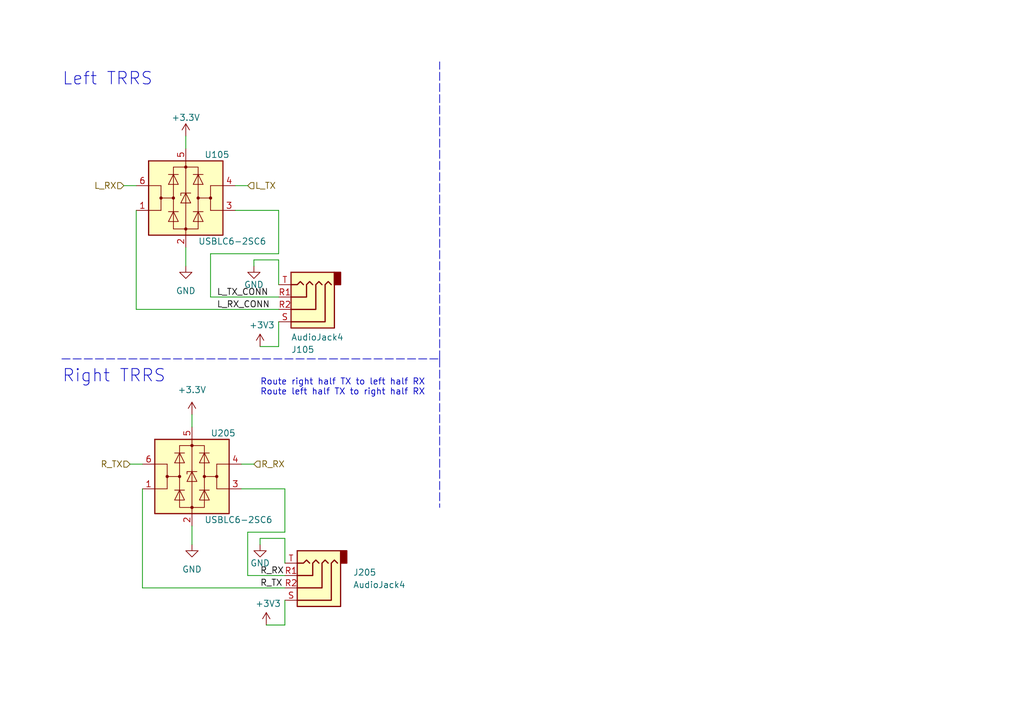
<source format=kicad_sch>
(kicad_sch (version 20211123) (generator eeschema)
  (paper "A5")
  (title_block (title "36") (date "2022-11-17") (rev "1.0"))
  (lib_symbols
    (symbol "AudioJack4_1"
      (property "Reference" "J105" (at 2.54 8.2551 0))
      (property "Value" "AudioJack4" (at 2.54 5.7151 0))
      (symbol "AudioJack4_1_0_1"
        (rectangle (start -6.35 -5.08) (end -7.62 -7.62) (stroke (width 0.254)) (fill (type outline)))
        (polyline (pts (xy 0 -5.08) (xy 0.635 -5.715) (xy 1.27 -5.08) (xy 2.54 -5.08)) (stroke (width 0.254)))
        (polyline (pts (xy -5.715 -5.08) (xy -5.08 -5.715) (xy -4.445 -5.08) (xy -4.445 2.54) (xy 2.54 2.54)) (stroke (width 0.254)))
        (polyline (pts (xy -1.905 -5.08) (xy -1.27 -5.715) (xy -0.635 -5.08) (xy -0.635 -2.54) (xy 2.54 -2.54)) (stroke (width 0.254)))
        (polyline (pts (xy 2.54 0) (xy -2.54 0) (xy -2.54 -5.08) (xy -3.175 -5.715) (xy -3.81 -5.08)) (stroke (width 0.254)))
        (rectangle (start 2.54 3.81) (end -6.35 -7.62) (stroke (width 0.254)) (fill (type background)))
      )
      (symbol "AudioJack4_1_1_1"
        (pin passive line (at 5.08 -2.54 180) (length 2.54) (name "~") (number "R1"))
        (pin passive line (at 5.08 0 180) (length 2.54) (name "~") (number "R2"))
        (pin passive line (at 5.08 2.54 180) (length 2.54) (name "~") (number "S"))
        (pin passive line (at 5.08 -5.08 180) (length 2.54) (name "~") (number "T"))
      )
    )
    (symbol "Connector:AudioJack4"
      (property "Reference" "J" (at 0 8.89 0))
      (property "Value" "AudioJack4" (at 0 6.35 0))
      (symbol "AudioJack4_0_1"
        (rectangle (start -6.35 -5.08) (end -7.62 -7.62) (stroke (width 0.254)) (fill (type outline)))
        (polyline (pts (xy 0 -5.08) (xy 0.635 -5.715) (xy 1.27 -5.08) (xy 2.54 -5.08)) (stroke (width 0.254)))
        (polyline (pts (xy -5.715 -5.08) (xy -5.08 -5.715) (xy -4.445 -5.08) (xy -4.445 2.54) (xy 2.54 2.54)) (stroke (width 0.254)))
        (polyline (pts (xy -1.905 -5.08) (xy -1.27 -5.715) (xy -0.635 -5.08) (xy -0.635 -2.54) (xy 2.54 -2.54)) (stroke (width 0.254)))
        (polyline (pts (xy 2.54 0) (xy -2.54 0) (xy -2.54 -5.08) (xy -3.175 -5.715) (xy -3.81 -5.08)) (stroke (width 0.254)))
        (rectangle (start 2.54 3.81) (end -6.35 -7.62) (stroke (width 0.254)) (fill (type background)))
      )
      (symbol "AudioJack4_1_1"
        (pin passive line (at 5.08 -2.54 180) (length 2.54) (name "~") (number "R1"))
        (pin passive line (at 5.08 0 180) (length 2.54) (name "~") (number "R2"))
        (pin passive line (at 5.08 2.54 180) (length 2.54) (name "~") (number "S"))
        (pin passive line (at 5.08 -5.08 180) (length 2.54) (name "~") (number "T"))
      )
    )
    (symbol "Power_Protection:USBLC6-2SC6" (pin_names hide)
      (property "Reference" "U" (at 2.54 8.89 0))
      (property "Value" "USBLC6-2SC6" (at 2.54 -8.89 0))
      (symbol "USBLC6-2SC6_0_1"
        (rectangle (start -7.62 -7.62) (end 7.62 7.62) (stroke (width 0.254)) (fill (type background)))
        (circle (center -5.08 0) (radius 0.254) (fill (type outline)))
        (circle (center -2.54 0) (radius 0.254) (fill (type outline)))
        (rectangle (start -2.54 6.35) (end 2.54 -6.35))
        (circle (center 0 -6.35) (radius 0.254) (fill (type outline)))
        (polyline (pts (xy -5.08 -2.54) (xy -7.62 -2.54)))
        (polyline (pts (xy -5.08 0) (xy -5.08 -2.54)))
        (polyline (pts (xy -5.08 2.54) (xy -7.62 2.54)))
        (polyline (pts (xy -1.524 -2.794) (xy -3.556 -2.794)))
        (polyline (pts (xy -1.524 4.826) (xy -3.556 4.826)))
        (polyline (pts (xy 0 -7.62) (xy 0 -6.35)))
        (polyline (pts (xy 0 -6.35) (xy 0 1.27)))
        (polyline (pts (xy 0 1.27) (xy 0 6.35)))
        (polyline (pts (xy 0 6.35) (xy 0 7.62)))
        (polyline (pts (xy 1.524 -2.794) (xy 3.556 -2.794)))
        (polyline (pts (xy 1.524 4.826) (xy 3.556 4.826)))
        (polyline (pts (xy 5.08 -2.54) (xy 7.62 -2.54)))
        (polyline (pts (xy 5.08 0) (xy 5.08 -2.54)))
        (polyline (pts (xy 5.08 2.54) (xy 7.62 2.54)))
        (polyline (pts (xy -2.54 0) (xy -5.08 0) (xy -5.08 2.54)))
        (polyline (pts (xy 2.54 0) (xy 5.08 0) (xy 5.08 2.54)))
        (polyline (pts (xy -3.556 -4.826) (xy -1.524 -4.826) (xy -2.54 -2.794) (xy -3.556 -4.826)))
        (polyline (pts (xy -3.556 2.794) (xy -1.524 2.794) (xy -2.54 4.826) (xy -3.556 2.794)))
        (polyline (pts (xy -1.016 -1.016) (xy 1.016 -1.016) (xy 0 1.016) (xy -1.016 -1.016)))
        (polyline (pts (xy 1.016 1.016) (xy 0.762 1.016) (xy -1.016 1.016) (xy -1.016 0.508)))
        (polyline (pts (xy 3.556 -4.826) (xy 1.524 -4.826) (xy 2.54 -2.794) (xy 3.556 -4.826)))
        (polyline (pts (xy 3.556 2.794) (xy 1.524 2.794) (xy 2.54 4.826) (xy 3.556 2.794)))
        (circle (center 0 6.35) (radius 0.254) (fill (type outline)))
        (circle (center 2.54 0) (radius 0.254) (fill (type outline)))
        (circle (center 5.08 0) (radius 0.254) (fill (type outline)))
      )
      (symbol "USBLC6-2SC6_1_1"
        (pin passive line (at -10.16 -2.54 0) (length 2.54) (name "I/O1") (number "1"))
        (pin passive line (at 0 -10.16 90) (length 2.54) (name "GND") (number "2"))
        (pin passive line (at 10.16 -2.54 180) (length 2.54) (name "I/O2") (number "3"))
        (pin passive line (at 10.16 2.54 180) (length 2.54) (name "I/O2") (number "4"))
        (pin passive line (at 0 10.16 270) (length 2.54) (name "VBUS") (number "5"))
        (pin passive line (at -10.16 2.54 0) (length 2.54) (name "I/O1") (number "6"))
      )
    )
    (symbol "power:+3.3V" (power) (pin_names (offset 0))
      (property "Value" "+3.3V" (at 0 3.556 0))
      (symbol "+3.3V_0_1"
        (polyline (pts (xy -0.762 1.27) (xy 0 2.54)))
        (polyline (pts (xy 0 0) (xy 0 2.54)))
        (polyline (pts (xy 0 2.54) (xy 0.762 1.27)))
      )
      (symbol "+3.3V_1_1"
        (pin power_in line (at 0 0 90) (length 0) hide (name "+3.3V") (number "1"))
      )
    )
    (symbol "power:+3V3" (power) (pin_names (offset 0))
      (property "Value" "+3V3" (at 0 3.556 0))
      (symbol "+3V3_0_1"
        (polyline (pts (xy -0.762 1.27) (xy 0 2.54)))
        (polyline (pts (xy 0 0) (xy 0 2.54)))
        (polyline (pts (xy 0 2.54) (xy 0.762 1.27)))
      )
      (symbol "+3V3_1_1"
        (pin power_in line (at 0 0 90) (length 0) hide (name "+3V3") (number "1"))
      )
    )
    (symbol "power:GND" (power) (pin_names (offset 0))
      (property "Value" "GND" (at 0 -3.81 0))
      (symbol "GND_0_1"
        (polyline (pts (xy 0 0) (xy 0 -1.27) (xy 1.27 -1.27) (xy 0 -2.54) (xy -1.27 -1.27) (xy 0 -1.27)))
      )
      (symbol "GND_1_1"
        (pin power_in line (at 0 0 270) (length 0) hide (name "GND") (number "1"))
      )
    )
  )
  (polyline (pts (xy 90.17 73.66) (xy 90.17 12.7)))
  (wire (pts (xy 39.37 111.76) (xy 39.37 107.95)))
  (wire (pts (xy 27.94 63.5) (xy 27.94 43.18)))
  (wire (pts (xy 53.34 110.49) (xy 53.34 111.76)))
  (wire (pts (xy 29.21 95.25) (xy 26.67 95.25)))
  (wire (pts (xy 49.53 95.25) (xy 52.07 95.25)))
  (wire (pts (xy 43.18 52.07) (xy 57.15 52.07)))
  (wire (pts (xy 58.42 120.65) (xy 29.21 120.65)))
  (wire (pts (xy 58.42 115.57) (xy 58.42 110.49)))
  (wire (pts (xy 39.37 85.09) (xy 39.37 87.63)))
  (wire (pts (xy 50.8 118.11) (xy 50.8 109.22)))
  (wire (pts (xy 57.15 53.34) (xy 52.07 53.34)))
  (wire (pts (xy 57.15 60.96) (xy 43.18 60.96)))
  (wire (pts (xy 48.26 38.1) (xy 50.8 38.1)))
  (wire (pts (xy 58.42 110.49) (xy 53.34 110.49)))
  (wire (pts (xy 58.42 100.33) (xy 49.53 100.33)))
  (wire (pts (xy 38.1 27.94) (xy 38.1 30.48)))
  (wire (pts (xy 43.18 60.96) (xy 43.18 52.07)))
  (wire (pts (xy 38.1 54.61) (xy 38.1 50.8)))
  (wire (pts (xy 52.07 53.34) (xy 52.07 54.61)))
  (wire (pts (xy 57.15 58.42) (xy 57.15 53.34)))
  (wire (pts (xy 57.15 52.07) (xy 57.15 43.18)))
  (wire (pts (xy 57.15 63.5) (xy 27.94 63.5)))
  (polyline (pts (xy 12.7 73.66) (xy 90.17 73.66)))
  (wire (pts (xy 29.21 120.65) (xy 29.21 100.33)))
  (wire (pts (xy 57.15 71.12) (xy 53.34 71.12)))
  (polyline (pts (xy 90.17 73.66) (xy 90.17 104.14)))
  (wire (pts (xy 58.42 118.11) (xy 50.8 118.11)))
  (wire (pts (xy 58.42 128.27) (xy 58.42 123.19)))
  (wire (pts (xy 57.15 71.12) (xy 57.15 66.04)))
  (wire (pts (xy 58.42 109.22) (xy 58.42 100.33)))
  (wire (pts (xy 58.42 128.27) (xy 54.61 128.27)))
  (wire (pts (xy 50.8 109.22) (xy 58.42 109.22)))
  (wire (pts (xy 27.94 38.1) (xy 25.4 38.1)))
  (wire (pts (xy 57.15 43.18) (xy 48.26 43.18)))
  (text "Route right half TX to left half RX\nRoute left half TX to right half RX" (at 53.34 81.28 0) (effects (font (size 1.27 1.27)) (justify left bottom)))
  (text "Left TRRS" (at 12.7 17.78 0) (effects (font (size 2.54 2.54)) (justify left bottom)))
  (text "Right TRRS\n" (at 12.7 78.74 0) (effects (font (size 2.54 2.54)) (justify left bottom)))
  (label "R_TX" (at 53.34 120.65 0))
  (label "L_RX_CONN" (at 44.45 63.5 0))
  (label "L_TX_CONN" (at 44.45 60.96 0))
  (label "R_RX" (at 53.34 118.11 0))
  (hierarchical_label "R_RX" (shape input) (at 52.07 95.25 0))
  (hierarchical_label "L_TX" (shape input) (at 50.8 38.1 0))
  (hierarchical_label "R_TX" (shape input) (at 26.67 95.25 180))
  (hierarchical_label "L_RX" (shape input) (at 25.4 38.1 180))
  (symbol (lib_id "power:+3.3V") (at 38.1 27.94 0) (unit 1)
    (property "Reference" "#PWR0133" (effects hide))
    (property "Value" "+3.3V" (at 38.1 24.13 0))
  )
  (symbol (lib_id "power:GND") (at 38.1 54.61 0) (unit 1)
    (property "Reference" "#PWR0134" (effects hide))
    (property "Value" "GND" (at 38.1 59.69 0))
  )
  (symbol (lib_id "Power_Protection:USBLC6-2SC6") (at 39.37 97.79 0) (unit 1)
    (property "Reference" "U205" (at 43.18 88.9 0) (effects (justify left)))
    (property "Value" "USBLC6-2SC6" (at 41.91 106.68 0) (effects (justify left)))
    (property "Footprint" "Package_TO_SOT_SMD:SOT-23-6" (effects hide))
    (property "Datasheet" "https://datasheet.lcsc.com/lcsc/1811141711_STMicroelectronics-USBLC6-2SC6_C7519.pdf" (effects hide))
    (property "JLCPCB" "C7519" (effects hide))
  )
  (symbol (lib_id "power:+3V3") (at 54.61 128.27 0) (unit 1)
    (property "Reference" "#PWR0236" (effects hide))
    (property "Value" "+3V3" (at 54.991 123.8758 0))
  )
  (symbol (lib_id "power:+3V3") (at 53.34 71.12 0) (unit 1)
    (property "Reference" "#PWR0136" (effects hide))
    (property "Value" "+3V3" (at 53.721 66.7258 0))
  )
  (symbol (lib_id "power:+3.3V") (at 39.37 85.09 0) (unit 1)
    (property "Reference" "#PWR0233" (effects hide))
    (property "Value" "+3.3V" (at 39.37 80.01 0))
  )
  (symbol (lib_id "Connector:AudioJack4") (at 63.5 120.65 180) (unit 1)
    (property "Reference" "J205" (at 72.39 117.4749 0) (effects (justify right)))
    (property "Value" "AudioJack4" (at 72.39 120.0149 0) (effects (justify right)))
    (property "Footprint" "Footprints:TRRS-PJ-320A" (effects hide))
  )
  (symbol (lib_name "AudioJack4_1") (lib_id "Connector:AudioJack4") (at 62.23 63.5 180) (unit 1)
    (property "Reference" "J105" (at 59.69 71.7551 0) (effects (justify right)))
    (property "Value" "AudioJack4" (at 59.69 69.2151 0) (effects (justify right)))
    (property "Footprint" "Footprints:TRRS-PJ-320A" (effects hide))
  )
  (symbol (lib_id "power:GND") (at 53.34 111.76 0) (unit 1)
    (property "Reference" "#PWR0235" (effects hide))
    (property "Value" "GND" (at 53.34 115.57 0))
  )
  (symbol (lib_id "power:GND") (at 39.37 111.76 0) (unit 1)
    (property "Reference" "#PWR0234" (effects hide))
    (property "Value" "GND" (at 39.37 116.84 0))
  )
  (symbol (lib_id "power:GND") (at 52.07 54.61 0) (unit 1)
    (property "Reference" "#PWR0135" (effects hide))
    (property "Value" "GND" (at 52.07 58.42 0))
  )
  (symbol (lib_id "Power_Protection:USBLC6-2SC6") (at 38.1 40.64 0) (unit 1)
    (property "Reference" "U105" (at 41.91 31.75 0) (effects (justify left)))
    (property "Value" "USBLC6-2SC6" (at 40.64 49.53 0) (effects (justify left)))
    (property "Footprint" "Package_TO_SOT_SMD:SOT-23-6" (effects hide))
    (property "Datasheet" "https://datasheet.lcsc.com/lcsc/1811141711_STMicroelectronics-USBLC6-2SC6_C7519.pdf" (effects hide))
    (property "JLCPCB" "C7519" (effects hide))
  )
)
</source>
